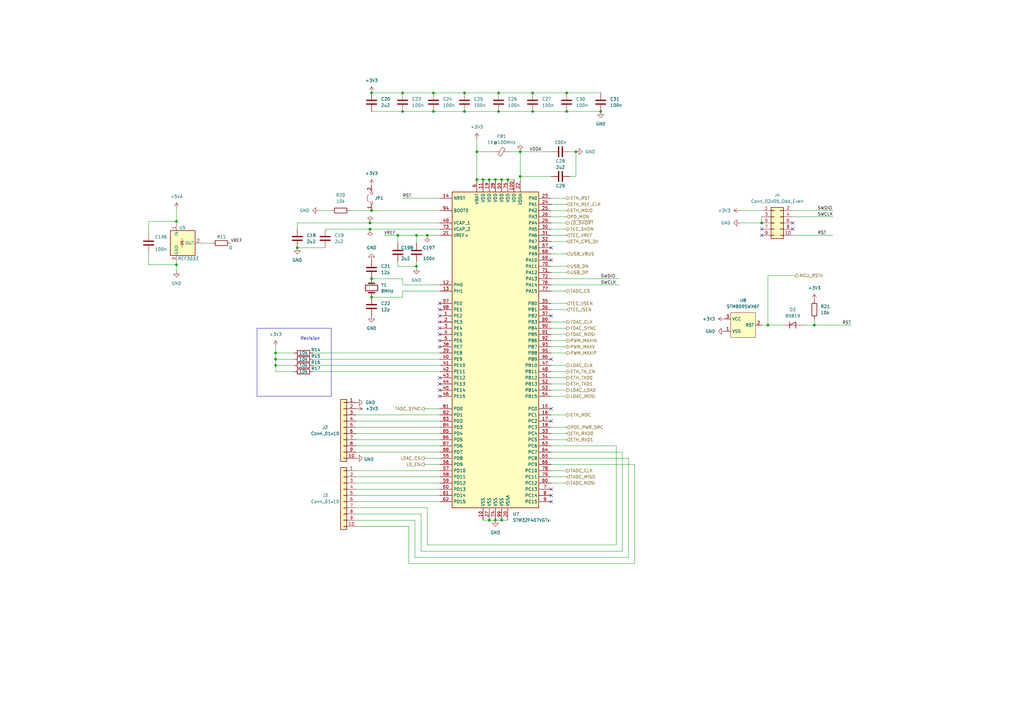
<source format=kicad_sch>
(kicad_sch (version 20230121) (generator eeschema)
  (paper "A3")
  (title_block (title "Kirdy") (date "2022-07-03") (rev "r0.1") (company "M-Labs") (comment 1 "Alex Wong Tat Hang"))
  (lib_symbols
    (symbol "Connector_Generic:Conn_01x10" (pin_names (offset 1.016) hide)
      (property "Reference" "J" (at 0 12.7 0))
      (property "Value" "Conn_01x10" (at 0 -15.24 0))
      (symbol "Conn_01x10_1_1"
        (rectangle (start -1.27 -12.573) (end 0 -12.827) (stroke (width 0.1524)))
        (rectangle (start -1.27 -10.033) (end 0 -10.287) (stroke (width 0.1524)))
        (rectangle (start -1.27 -7.493) (end 0 -7.747) (stroke (width 0.1524)))
        (rectangle (start -1.27 -4.953) (end 0 -5.207) (stroke (width 0.1524)))
        (rectangle (start -1.27 -2.413) (end 0 -2.667) (stroke (width 0.1524)))
        (rectangle (start -1.27 0.127) (end 0 -0.127) (stroke (width 0.1524)))
        (rectangle (start -1.27 2.667) (end 0 2.413) (stroke (width 0.1524)))
        (rectangle (start -1.27 5.207) (end 0 4.953) (stroke (width 0.1524)))
        (rectangle (start -1.27 7.747) (end 0 7.493) (stroke (width 0.1524)))
        (rectangle (start -1.27 10.287) (end 0 10.033) (stroke (width 0.1524)))
        (rectangle (start -1.27 11.43) (end 1.27 -13.97) (stroke (width 0.254)) (fill (type background)))
        (pin passive line (at -5.08 10.16 0) (length 3.81) (name "Pin_1") (number "1"))
        (pin passive line (at -5.08 -12.7 0) (length 3.81) (name "Pin_10") (number "10"))
        (pin passive line (at -5.08 7.62 0) (length 3.81) (name "Pin_2") (number "2"))
        (pin passive line (at -5.08 5.08 0) (length 3.81) (name "Pin_3") (number "3"))
        (pin passive line (at -5.08 2.54 0) (length 3.81) (name "Pin_4") (number "4"))
        (pin passive line (at -5.08 0 0) (length 3.81) (name "Pin_5") (number "5"))
        (pin passive line (at -5.08 -2.54 0) (length 3.81) (name "Pin_6") (number "6"))
        (pin passive line (at -5.08 -5.08 0) (length 3.81) (name "Pin_7") (number "7"))
        (pin passive line (at -5.08 -7.62 0) (length 3.81) (name "Pin_8") (number "8"))
        (pin passive line (at -5.08 -10.16 0) (length 3.81) (name "Pin_9") (number "9"))
      )
    )
    (symbol "Connector_Generic:Conn_02x05_Odd_Even" (pin_names (offset 1.016) hide)
      (property "Reference" "J" (at 1.27 7.62 0))
      (property "Value" "Conn_02x05_Odd_Even" (at 1.27 -7.62 0))
      (symbol "Conn_02x05_Odd_Even_1_1"
        (rectangle (start -1.27 -4.953) (end 0 -5.207) (stroke (width 0.1524)))
        (rectangle (start -1.27 -2.413) (end 0 -2.667) (stroke (width 0.1524)))
        (rectangle (start -1.27 0.127) (end 0 -0.127) (stroke (width 0.1524)))
        (rectangle (start -1.27 2.667) (end 0 2.413) (stroke (width 0.1524)))
        (rectangle (start -1.27 5.207) (end 0 4.953) (stroke (width 0.1524)))
        (rectangle (start -1.27 6.35) (end 3.81 -6.35) (stroke (width 0.254)) (fill (type background)))
        (rectangle (start 3.81 -4.953) (end 2.54 -5.207) (stroke (width 0.1524)))
        (rectangle (start 3.81 -2.413) (end 2.54 -2.667) (stroke (width 0.1524)))
        (rectangle (start 3.81 0.127) (end 2.54 -0.127) (stroke (width 0.1524)))
        (rectangle (start 3.81 2.667) (end 2.54 2.413) (stroke (width 0.1524)))
        (rectangle (start 3.81 5.207) (end 2.54 4.953) (stroke (width 0.1524)))
        (pin passive line (at -5.08 5.08 0) (length 3.81) (name "Pin_1") (number "1"))
        (pin passive line (at 7.62 -5.08 180) (length 3.81) (name "Pin_10") (number "10"))
        (pin passive line (at 7.62 5.08 180) (length 3.81) (name "Pin_2") (number "2"))
        (pin passive line (at -5.08 2.54 0) (length 3.81) (name "Pin_3") (number "3"))
        (pin passive line (at 7.62 2.54 180) (length 3.81) (name "Pin_4") (number "4"))
        (pin passive line (at -5.08 0 0) (length 3.81) (name "Pin_5") (number "5"))
        (pin passive line (at 7.62 0 180) (length 3.81) (name "Pin_6") (number "6"))
        (pin passive line (at -5.08 -2.54 0) (length 3.81) (name "Pin_7") (number "7"))
        (pin passive line (at 7.62 -2.54 180) (length 3.81) (name "Pin_8") (number "8"))
        (pin passive line (at -5.08 -5.08 0) (length 3.81) (name "Pin_9") (number "9"))
      )
    )
    (symbol "Device:C" (pin_numbers hide) (pin_names (offset 0.254))
      (property "Reference" "C" (at 0.635 2.54 0))
      (property "Value" "C" (at 0.635 -2.54 0))
      (symbol "C_0_1"
        (polyline (pts (xy -2.032 -0.762) (xy 2.032 -0.762)) (stroke (width 0.508)))
        (polyline (pts (xy -2.032 0.762) (xy 2.032 0.762)) (stroke (width 0.508)))
      )
      (symbol "C_1_1"
        (pin passive line (at 0 3.81 270) (length 2.794) (name "~") (number "1"))
        (pin passive line (at 0 -3.81 90) (length 2.794) (name "~") (number "2"))
      )
    )
    (symbol "Device:Crystal" (pin_numbers hide) (pin_names (offset 1.016) hide)
      (property "Reference" "Y" (at 0 3.81 0))
      (property "Value" "Crystal" (at 0 -3.81 0))
      (symbol "Crystal_0_1"
        (rectangle (start -1.143 2.54) (end 1.143 -2.54) (stroke (width 0.3048)))
        (polyline (pts (xy -2.54 0) (xy -1.905 0)))
        (polyline (pts (xy -1.905 -1.27) (xy -1.905 1.27)) (stroke (width 0.508)))
        (polyline (pts (xy 1.905 -1.27) (xy 1.905 1.27)) (stroke (width 0.508)))
        (polyline (pts (xy 2.54 0) (xy 1.905 0)))
      )
      (symbol "Crystal_1_1"
        (pin passive line (at -3.81 0 0) (length 1.27) (name "1") (number "1"))
        (pin passive line (at 3.81 0 180) (length 1.27) (name "2") (number "2"))
      )
    )
    (symbol "Device:D_Shockley" (pin_numbers hide) (pin_names (offset 1.016) hide)
      (property "Reference" "D" (at 0 2.54 0))
      (property "Value" "D_Shockley" (at 0 -2.54 0))
      (symbol "D_Shockley_0_1"
        (polyline (pts (xy -1.27 0) (xy 1.27 0)))
        (polyline (pts (xy -1.27 1.27) (xy -1.27 -1.27)) (stroke (width 0.254)))
        (polyline (pts (xy -1.27 0) (xy 1.27 1.27) (xy 1.27 -1.27)) (stroke (width 0.254)))
      )
      (symbol "D_Shockley_1_1"
        (pin passive line (at -3.81 0 0) (length 2.54) (name "K") (number "1"))
        (pin passive line (at 3.81 0 180) (length 2.54) (name "A") (number "2"))
      )
    )
    (symbol "Device:FerriteBead_Small" (pin_numbers hide) (pin_names (offset 0))
      (property "Reference" "FB" (at 1.905 1.27 0))
      (property "Value" "FerriteBead_Small" (at 1.905 -1.27 0))
      (symbol "FerriteBead_Small_0_1"
        (polyline (pts (xy 0 -1.27) (xy 0 -0.7874)))
        (polyline (pts (xy 0 0.889) (xy 0 1.2954)))
        (polyline (pts (xy -1.8288 0.2794) (xy -1.1176 1.4986) (xy 1.8288 -0.2032) (xy 1.1176 -1.4224) (xy -1.8288 0.2794)))
      )
      (symbol "FerriteBead_Small_1_1"
        (pin passive line (at 0 2.54 270) (length 1.27) (name "~") (number "1"))
        (pin passive line (at 0 -2.54 90) (length 1.27) (name "~") (number "2"))
      )
    )
    (symbol "Device:R" (pin_numbers hide) (pin_names (offset 0))
      (property "Reference" "R" (at 2.032 0 90))
      (property "Value" "R" (at 0 0 90))
      (symbol "R_0_1"
        (rectangle (start -1.016 -2.54) (end 1.016 2.54) (stroke (width 0.254)))
      )
      (symbol "R_1_1"
        (pin passive line (at 0 3.81 270) (length 1.27) (name "~") (number "1"))
        (pin passive line (at 0 -3.81 90) (length 1.27) (name "~") (number "2"))
      )
    )
    (symbol "Jumper:Jumper_2_Open" (pin_names (offset 0) hide)
      (property "Reference" "JP" (at 0 2.794 0))
      (property "Value" "Jumper_2_Open" (at 0 -2.286 0))
      (symbol "Jumper_2_Open_0_0"
        (circle (center -2.032 0) (radius 0.508))
        (circle (center 2.032 0) (radius 0.508))
      )
      (symbol "Jumper_2_Open_0_1"
        (arc (start 1.524 1.27) (mid 0 1.778) (end -1.524 1.27))
      )
      (symbol "Jumper_2_Open_1_1"
        (pin passive line (at -5.08 0 0) (length 2.54) (name "A") (number "1"))
        (pin passive line (at 5.08 0 180) (length 2.54) (name "B") (number "2"))
      )
    )
    (symbol "MCU_ST_STM32F4:STM32F407VGTx"
      (property "Reference" "U" (at -17.78 64.77 0))
      (property "Value" "STM32F407VGTx" (at 12.7 64.77 0))
      (symbol "STM32F407VGTx_0_1"
        (rectangle (start -17.78 -66.04) (end 17.78 63.5) (stroke (width 0.254)) (fill (type background)))
      )
      (symbol "STM32F407VGTx_1_1"
        (pin bidirectional line (at -22.86 12.7 0) (length 5.08) (name "PE2") (number "1"))
        (pin power_in line (at -5.08 -71.12 90) (length 5.08) (name "VSS") (number "10"))
        (pin power_in line (at 7.62 68.58 270) (length 5.08) (name "VDD") (number "100"))
        (pin power_in line (at -5.08 68.58 270) (length 5.08) (name "VDD") (number "11"))
        (pin input line (at -22.86 25.4 0) (length 5.08) (name "PH0") (number "12"))
        (pin input line (at -22.86 22.86 0) (length 5.08) (name "PH1") (number "13"))
        (pin input line (at -22.86 60.96 0) (length 5.08) (name "NRST") (number "14"))
        (pin bidirectional line (at 22.86 -25.4 180) (length 5.08) (name "PC0") (number "15"))
        (pin bidirectional line (at 22.86 -27.94 180) (length 5.08) (name "PC1") (number "16"))
        (pin bidirectional line (at 22.86 -30.48 180) (length 5.08) (name "PC2") (number "17"))
        (pin bidirectional line (at 22.86 -33.02 180) (length 5.08) (name "PC3") (number "18"))
        (pin power_in line (at -2.54 68.58 270) (length 5.08) (name "VDD") (number "19"))
        (pin bidirectional line (at -22.86 10.16 0) (length 5.08) (name "PE3") (number "2"))
        (pin power_in line (at 5.08 -71.12 90) (length 5.08) (name "VSSA") (number "20"))
        (pin power_in line (at -22.86 45.72 0) (length 5.08) (name "VREF+") (number "21"))
        (pin power_in line (at 10.16 68.58 270) (length 5.08) (name "VDDA") (number "22"))
        (pin bidirectional line (at 22.86 60.96 180) (length 5.08) (name "PA0") (number "23"))
        (pin bidirectional line (at 22.86 58.42 180) (length 5.08) (name "PA1") (number "24"))
        (pin bidirectional line (at 22.86 55.88 180) (length 5.08) (name "PA2") (number "25"))
        (pin bidirectional line (at 22.86 53.34 180) (length 5.08) (name "PA3") (number "26"))
        (pin power_in line (at -2.54 -71.12 90) (length 5.08) (name "VSS") (number "27"))
        (pin power_in line (at 0 68.58 270) (length 5.08) (name "VDD") (number "28"))
        (pin bidirectional line (at 22.86 50.8 180) (length 5.08) (name "PA4") (number "29"))
        (pin bidirectional line (at -22.86 7.62 0) (length 5.08) (name "PE4") (number "3"))
        (pin bidirectional line (at 22.86 48.26 180) (length 5.08) (name "PA5") (number "30"))
        (pin bidirectional line (at 22.86 45.72 180) (length 5.08) (name "PA6") (number "31"))
        (pin bidirectional line (at 22.86 43.18 180) (length 5.08) (name "PA7") (number "32"))
        (pin bidirectional line (at 22.86 -35.56 180) (length 5.08) (name "PC4") (number "33"))
        (pin bidirectional line (at 22.86 -38.1 180) (length 5.08) (name "PC5") (number "34"))
        (pin bidirectional line (at 22.86 17.78 180) (length 5.08) (name "PB0") (number "35"))
        (pin bidirectional line (at 22.86 15.24 180) (length 5.08) (name "PB1") (number "36"))
        (pin bidirectional line (at 22.86 12.7 180) (length 5.08) (name "PB2") (number "37"))
        (pin bidirectional line (at -22.86 0 0) (length 5.08) (name "PE7") (number "38"))
        (pin bidirectional line (at -22.86 -2.54 0) (length 5.08) (name "PE8") (number "39"))
        (pin bidirectional line (at -22.86 5.08 0) (length 5.08) (name "PE5") (number "4"))
        (pin bidirectional line (at -22.86 -5.08 0) (length 5.08) (name "PE9") (number "40"))
        (pin bidirectional line (at -22.86 -7.62 0) (length 5.08) (name "PE10") (number "41"))
        (pin bidirectional line (at -22.86 -10.16 0) (length 5.08) (name "PE11") (number "42"))
        (pin bidirectional line (at -22.86 -12.7 0) (length 5.08) (name "PE12") (number "43"))
        (pin bidirectional line (at -22.86 -15.24 0) (length 5.08) (name "PE13") (number "44"))
        (pin bidirectional line (at -22.86 -17.78 0) (length 5.08) (name "PE14") (number "45"))
        (pin bidirectional line (at -22.86 -20.32 0) (length 5.08) (name "PE15") (number "46"))
        (pin bidirectional line (at 22.86 -7.62 180) (length 5.08) (name "PB10") (number "47"))
        (pin bidirectional line (at 22.86 -10.16 180) (length 5.08) (name "PB11") (number "48"))
        (pin power_in line (at -22.86 50.8 0) (length 5.08) (name "VCAP_1") (number "49"))
        (pin bidirectional line (at -22.86 2.54 0) (length 5.08) (name "PE6") (number "5"))
        (pin power_in line (at 2.54 68.58 270) (length 5.08) (name "VDD") (number "50"))
        (pin bidirectional line (at 22.86 -12.7 180) (length 5.08) (name "PB12") (number "51"))
        (pin bidirectional line (at 22.86 -15.24 180) (length 5.08) (name "PB13") (number "52"))
        (pin bidirectional line (at 22.86 -17.78 180) (length 5.08) (name "PB14") (number "53"))
        (pin bidirectional line (at 22.86 -20.32 180) (length 5.08) (name "PB15") (number "54"))
        (pin bidirectional line (at -22.86 -45.72 0) (length 5.08) (name "PD8") (number "55"))
        (pin bidirectional line (at -22.86 -48.26 0) (length 5.08) (name "PD9") (number "56"))
        (pin bidirectional line (at -22.86 -50.8 0) (length 5.08) (name "PD10") (number "57"))
        (pin bidirectional line (at -22.86 -53.34 0) (length 5.08) (name "PD11") (number "58"))
        (pin bidirectional line (at -22.86 -55.88 0) (length 5.08) (name "PD12") (number "59"))
        (pin power_in line (at -7.62 68.58 270) (length 5.08) (name "VBAT") (number "6"))
        (pin bidirectional line (at -22.86 -58.42 0) (length 5.08) (name "PD13") (number "60"))
        (pin bidirectional line (at -22.86 -60.96 0) (length 5.08) (name "PD14") (number "61"))
        (pin bidirectional line (at -22.86 -63.5 0) (length 5.08) (name "PD15") (number "62"))
        (pin bidirectional line (at 22.86 -40.64 180) (length 5.08) (name "PC6") (number "63"))
        (pin bidirectional line (at 22.86 -43.18 180) (length 5.08) (name "PC7") (number "64"))
        (pin bidirectional line (at 22.86 -45.72 180) (length 5.08) (name "PC8") (number "65"))
        (pin bidirectional line (at 22.86 -48.26 180) (length 5.08) (name "PC9") (number "66"))
        (pin bidirectional line (at 22.86 40.64 180) (length 5.08) (name "PA8") (number "67"))
        (pin bidirectional line (at 22.86 38.1 180) (length 5.08) (name "PA9") (number "68"))
        (pin bidirectional line (at 22.86 35.56 180) (length 5.08) (name "PA10") (number "69"))
        (pin bidirectional line (at 22.86 -58.42 180) (length 5.08) (name "PC13") (number "7"))
        (pin bidirectional line (at 22.86 33.02 180) (length 5.08) (name "PA11") (number "70"))
        (pin bidirectional line (at 22.86 30.48 180) (length 5.08) (name "PA12") (number "71"))
        (pin bidirectional line (at 22.86 27.94 180) (length 5.08) (name "PA13") (number "72"))
        (pin power_in line (at -22.86 48.26 0) (length 5.08) (name "VCAP_2") (number "73"))
        (pin power_in line (at 0 -71.12 90) (length 5.08) (name "VSS") (number "74"))
        (pin power_in line (at 5.08 68.58 270) (length 5.08) (name "VDD") (number "75"))
        (pin bidirectional line (at 22.86 25.4 180) (length 5.08) (name "PA14") (number "76"))
        (pin bidirectional line (at 22.86 22.86 180) (length 5.08) (name "PA15") (number "77"))
        (pin bidirectional line (at 22.86 -50.8 180) (length 5.08) (name "PC10") (number "78"))
        (pin bidirectional line (at 22.86 -53.34 180) (length 5.08) (name "PC11") (number "79"))
        (pin bidirectional line (at 22.86 -60.96 180) (length 5.08) (name "PC14") (number "8"))
        (pin bidirectional line (at 22.86 -55.88 180) (length 5.08) (name "PC12") (number "80"))
        (pin bidirectional line (at -22.86 -25.4 0) (length 5.08) (name "PD0") (number "81"))
        (pin bidirectional line (at -22.86 -27.94 0) (length 5.08) (name "PD1") (number "82"))
        (pin bidirectional line (at -22.86 -30.48 0) (length 5.08) (name "PD2") (number "83"))
        (pin bidirectional line (at -22.86 -33.02 0) (length 5.08) (name "PD3") (number "84"))
        (pin bidirectional line (at -22.86 -35.56 0) (length 5.08) (name "PD4") (number "85"))
        (pin bidirectional line (at -22.86 -38.1 0) (length 5.08) (name "PD5") (number "86"))
        (pin bidirectional line (at -22.86 -40.64 0) (length 5.08) (name "PD6") (number "87"))
        (pin bidirectional line (at -22.86 -43.18 0) (length 5.08) (name "PD7") (number "88"))
        (pin bidirectional line (at 22.86 10.16 180) (length 5.08) (name "PB3") (number "89"))
        (pin bidirectional line (at 22.86 -63.5 180) (length 5.08) (name "PC15") (number "9"))
        (pin bidirectional line (at 22.86 7.62 180) (length 5.08) (name "PB4") (number "90"))
        (pin bidirectional line (at 22.86 5.08 180) (length 5.08) (name "PB5") (number "91"))
        (pin bidirectional line (at 22.86 2.54 180) (length 5.08) (name "PB6") (number "92"))
        (pin bidirectional line (at 22.86 0 180) (length 5.08) (name "PB7") (number "93"))
        (pin input line (at -22.86 55.88 0) (length 5.08) (name "BOOT0") (number "94"))
        (pin bidirectional line (at 22.86 -2.54 180) (length 5.08) (name "PB8") (number "95"))
        (pin bidirectional line (at 22.86 -5.08 180) (length 5.08) (name "PB9") (number "96"))
        (pin bidirectional line (at -22.86 17.78 0) (length 5.08) (name "PE0") (number "97"))
        (pin bidirectional line (at -22.86 15.24 0) (length 5.08) (name "PE1") (number "98"))
        (pin power_in line (at 2.54 -71.12 90) (length 5.08) (name "VSS") (number "99"))
      )
    )
    (symbol "Reference_Voltage:REF3033" (pin_names (offset 0.254))
      (property "Reference" "U" (at 0 6.35 0))
      (property "Value" "REF3033" (at 2.54 -6.35 0))
      (symbol "REF3033_0_1"
        (rectangle (start -5.08 5.08) (end 5.08 -5.08) (stroke (width 0.254)) (fill (type background)))
        (polyline (pts (xy -0.254 1.905) (xy -0.254 -1.905)))
        (polyline (pts (xy -0.889 -0.635) (xy 0.381 -0.635) (xy -0.254 0.635) (xy -0.889 -0.635)))
        (polyline (pts (xy 0.381 1.016) (xy 0.381 0.635) (xy -0.889 0.635) (xy -0.889 0.254)))
      )
      (symbol "REF3033_1_1"
        (pin power_in line (at -2.54 7.62 270) (length 2.54) (name "IN") (number "1"))
        (pin power_out line (at 7.62 0 180) (length 2.54) (name "OUT") (number "2"))
        (pin power_in line (at -2.54 -7.62 90) (length 2.54) (name "GND") (number "3"))
      )
    )
    (symbol "kirdy:STM809SWX6F"
      (property "Reference" "U" (at 0 -10.16 0))
      (property "Value" "STM809SWX6F" (at 0 -7.62 0))
      (symbol "STM809SWX6F_0_0"
        (pin power_in line (at -7.62 -2.54 0) (length 2.54) (name "VSS") (number "1"))
        (pin output line (at 7.62 0 180) (length 2.54) (name "RST") (number "2"))
        (pin power_in line (at -7.62 2.54 0) (length 2.54) (name "VCC") (number "3"))
      )
      (symbol "STM809SWX6F_0_1"
        (rectangle (start -5.08 5.08) (end 5.08 -5.08) (fill (type background)))
      )
    )
    (symbol "power:+3V3" (power) (pin_names (offset 0))
      (property "Value" "+3V3" (at 0 3.556 0))
      (symbol "+3V3_0_1"
        (polyline (pts (xy -0.762 1.27) (xy 0 2.54)))
        (polyline (pts (xy 0 0) (xy 0 2.54)))
        (polyline (pts (xy 0 2.54) (xy 0.762 1.27)))
      )
      (symbol "+3V3_1_1"
        (pin power_in line (at 0 0 90) (length 0) hide (name "+3V3") (number "1"))
      )
    )
    (symbol "power:+5VA" (power) (pin_names (offset 0))
      (property "Value" "+5VA" (at 0 3.556 0))
      (symbol "+5VA_0_1"
        (polyline (pts (xy -0.762 1.27) (xy 0 2.54)))
        (polyline (pts (xy 0 0) (xy 0 2.54)))
        (polyline (pts (xy 0 2.54) (xy 0.762 1.27)))
      )
      (symbol "+5VA_1_1"
        (pin power_in line (at 0 0 90) (length 0) hide (name "+5VA") (number "1"))
      )
    )
    (symbol "power:GND" (power) (pin_names (offset 0))
      (property "Value" "GND" (at 0 -3.81 0))
      (symbol "GND_0_1"
        (polyline (pts (xy 0 0) (xy 0 -1.27) (xy 1.27 -1.27) (xy 0 -2.54) (xy -1.27 -1.27) (xy 0 -1.27)))
      )
      (symbol "GND_1_1"
        (pin power_in line (at 0 0 270) (length 0) hide (name "GND") (number "1"))
      )
    )
    (symbol "power:PWR_FLAG" (power) (pin_numbers hide) (pin_names (offset 0) hide)
      (property "Value" "PWR_FLAG" (at 0 3.81 0))
      (symbol "PWR_FLAG_0_0"
        (pin power_out line (at 0 0 90) (length 0) (name "pwr") (number "1"))
      )
      (symbol "PWR_FLAG_0_1"
        (polyline (pts (xy 0 0) (xy 0 1.27) (xy -1.016 1.905) (xy 0 2.54) (xy 1.016 1.905) (xy 0 1.27)))
      )
    )
  )
  (junction (at 165.1 38.1))
  (junction (at 152.4 114.3))
  (junction (at 198.12 73.66))
  (junction (at 205.74 213.36))
  (junction (at 177.8 38.1))
  (junction (at 213.36 72.39))
  (junction (at 236.22 62.23))
  (junction (at 152.4 38.1))
  (junction (at 195.58 73.66))
  (junction (at 121.92 101.6))
  (junction (at 72.39 90.805))
  (junction (at 200.66 73.66))
  (junction (at 170.815 96.52))
  (junction (at 203.2 213.36))
  (junction (at 151.765 91.44))
  (junction (at 175.26 96.52))
  (junction (at 204.47 38.1))
  (junction (at 152.4 86.36))
  (junction (at 177.8 45.72))
  (junction (at 232.41 45.72))
  (junction (at 314.96 133.35))
  (junction (at 200.66 213.36))
  (junction (at 208.28 73.66))
  (junction (at 113.03 144.78))
  (junction (at 190.5 45.72))
  (junction (at 165.1 45.72))
  (junction (at 203.2 73.66))
  (junction (at 232.41 38.1))
  (junction (at 334.01 133.35))
  (junction (at 213.36 62.23))
  (junction (at 170.815 109.22))
  (junction (at 190.5 38.1))
  (junction (at 204.47 45.72))
  (junction (at 113.03 147.32))
  (junction (at 218.44 38.1))
  (junction (at 246.38 45.72))
  (junction (at 151.765 93.98))
  (junction (at 205.74 73.66))
  (junction (at 152.4 121.92))
  (junction (at 195.58 62.23))
  (junction (at 312.42 91.44))
  (junction (at 218.44 45.72))
  (junction (at 72.39 108.585))
  (junction (at 113.03 149.86))
  (junction (at 163.195 96.52))
  (no_connect (at 312.42 96.52))
  (no_connect (at 325.12 93.98))
  (no_connect (at 325.12 91.44))
  (no_connect (at 180.34 157.48))
  (no_connect (at 180.34 154.94))
  (no_connect (at 312.42 93.98))
  (no_connect (at 226.06 172.72))
  (no_connect (at 226.06 101.6))
  (no_connect (at 226.06 200.66))
  (no_connect (at 226.06 203.2))
  (no_connect (at 226.06 205.74))
  (no_connect (at 226.06 106.68))
  (no_connect (at 226.06 129.54))
  (no_connect (at 180.34 129.54))
  (no_connect (at 180.34 124.46))
  (no_connect (at 180.34 127))
  (no_connect (at 226.06 147.32))
  (no_connect (at 226.06 167.64))
  (no_connect (at 180.34 162.56))
  (no_connect (at 180.34 160.02))
  (no_connect (at 180.34 132.08))
  (no_connect (at 180.34 134.62))
  (no_connect (at 180.34 137.16))
  (no_connect (at 180.34 139.7))
  (no_connect (at 180.34 142.24))
  (wire (pts (xy 226.06 180.34) (xy 232.41 180.34)))
  (wire (pts (xy 146.05 205.74) (xy 180.34 205.74)))
  (wire (pts (xy 226.06 170.18) (xy 232.41 170.18)))
  (wire (pts (xy 226.06 160.02) (xy 232.41 160.02)))
  (wire (pts (xy 226.06 99.06) (xy 232.41 99.06)))
  (wire (pts (xy 165.1 116.84) (xy 180.34 116.84)))
  (wire (pts (xy 226.06 104.14) (xy 232.41 104.14)))
  (wire (pts (xy 170.815 109.22) (xy 170.815 109.855)))
  (wire (pts (xy 146.05 203.2) (xy 180.34 203.2)))
  (wire (pts (xy 72.39 85.725) (xy 72.39 90.805)))
  (wire (pts (xy 226.06 86.36) (xy 232.41 86.36)))
  (polyline (pts (xy 105.41 162.56) (xy 135.89 162.56)))
  (wire (pts (xy 175.26 96.52) (xy 180.34 96.52)))
  (wire (pts (xy 257.81 187.96) (xy 257.81 228.6)))
  (wire (pts (xy 198.12 213.36) (xy 200.66 213.36)))
  (wire (pts (xy 218.44 45.72) (xy 232.41 45.72)))
  (wire (pts (xy 312.42 88.9) (xy 312.42 91.44)))
  (wire (pts (xy 165.1 81.28) (xy 180.34 81.28)))
  (wire (pts (xy 233.68 72.39) (xy 236.22 72.39)))
  (wire (pts (xy 172.72 226.06) (xy 172.72 210.82)))
  (wire (pts (xy 146.05 172.72) (xy 180.34 172.72)))
  (wire (pts (xy 72.39 108.585) (xy 60.96 108.585)))
  (wire (pts (xy 195.58 62.23) (xy 203.2 62.23)))
  (wire (pts (xy 175.26 223.52) (xy 175.26 208.28)))
  (wire (pts (xy 121.92 101.6) (xy 133.35 101.6)))
  (wire (pts (xy 170.815 96.52) (xy 170.815 99.695)))
  (wire (pts (xy 175.26 208.28) (xy 146.05 208.28)))
  (wire (pts (xy 173.99 187.96) (xy 180.34 187.96)))
  (wire (pts (xy 325.12 96.52) (xy 341.63 96.52)))
  (wire (pts (xy 203.2 213.36) (xy 205.74 213.36)))
  (wire (pts (xy 328.93 133.35) (xy 334.01 133.35)))
  (wire (pts (xy 312.42 133.35) (xy 314.96 133.35)))
  (wire (pts (xy 226.06 139.7) (xy 232.41 139.7)))
  (polyline (pts (xy 135.89 162.56) (xy 135.89 134.62)))
  (wire (pts (xy 226.06 116.84) (xy 254 116.84)))
  (wire (pts (xy 170.18 228.6) (xy 170.18 213.36)))
  (wire (pts (xy 204.47 38.1) (xy 218.44 38.1)))
  (wire (pts (xy 113.03 152.4) (xy 120.65 152.4)))
  (wire (pts (xy 151.765 91.44) (xy 180.34 91.44)))
  (wire (pts (xy 128.27 149.86) (xy 180.34 149.86)))
  (wire (pts (xy 260.35 231.14) (xy 167.64 231.14)))
  (wire (pts (xy 170.815 107.315) (xy 170.815 109.22)))
  (wire (pts (xy 113.03 149.86) (xy 120.65 149.86)))
  (wire (pts (xy 152.4 45.72) (xy 165.1 45.72)))
  (wire (pts (xy 314.96 113.03) (xy 326.39 113.03)))
  (wire (pts (xy 128.27 147.32) (xy 180.34 147.32)))
  (wire (pts (xy 72.39 107.315) (xy 72.39 108.585)))
  (wire (pts (xy 165.1 119.38) (xy 165.1 121.92)))
  (wire (pts (xy 208.28 62.23) (xy 213.36 62.23)))
  (wire (pts (xy 146.05 170.18) (xy 180.34 170.18)))
  (wire (pts (xy 146.05 193.04) (xy 180.34 193.04)))
  (wire (pts (xy 167.64 215.9) (xy 146.05 215.9)))
  (wire (pts (xy 133.35 93.98) (xy 151.765 93.98)))
  (wire (pts (xy 226.06 177.8) (xy 232.41 177.8)))
  (wire (pts (xy 226.06 193.04) (xy 232.41 193.04)))
  (wire (pts (xy 334.01 133.35) (xy 334.01 130.81)))
  (wire (pts (xy 170.18 213.36) (xy 146.05 213.36)))
  (wire (pts (xy 72.39 90.805) (xy 72.39 92.075)))
  (wire (pts (xy 113.03 147.32) (xy 113.03 149.86)))
  (wire (pts (xy 334.01 133.35) (xy 349.25 133.35)))
  (wire (pts (xy 255.27 226.06) (xy 172.72 226.06)))
  (wire (pts (xy 226.06 154.94) (xy 232.41 154.94)))
  (wire (pts (xy 146.05 195.58) (xy 180.34 195.58)))
  (wire (pts (xy 213.36 62.23) (xy 213.36 72.39)))
  (wire (pts (xy 226.06 111.76) (xy 232.41 111.76)))
  (wire (pts (xy 226.06 134.62) (xy 232.41 134.62)))
  (wire (pts (xy 226.06 182.88) (xy 252.73 182.88)))
  (wire (pts (xy 226.06 187.96) (xy 257.81 187.96)))
  (wire (pts (xy 226.06 149.86) (xy 232.41 149.86)))
  (wire (pts (xy 252.73 223.52) (xy 175.26 223.52)))
  (wire (pts (xy 82.55 99.695) (xy 86.995 99.695)))
  (wire (pts (xy 314.96 133.35) (xy 321.31 133.35)))
  (wire (pts (xy 226.06 137.16) (xy 232.41 137.16)))
  (wire (pts (xy 226.06 185.42) (xy 255.27 185.42)))
  (wire (pts (xy 226.06 93.98) (xy 232.41 93.98)))
  (wire (pts (xy 177.8 38.1) (xy 190.5 38.1)))
  (wire (pts (xy 200.66 213.36) (xy 203.2 213.36)))
  (wire (pts (xy 252.73 182.88) (xy 252.73 223.52)))
  (wire (pts (xy 203.2 73.66) (xy 205.74 73.66)))
  (wire (pts (xy 195.58 62.23) (xy 195.58 73.66)))
  (wire (pts (xy 233.68 62.23) (xy 236.22 62.23)))
  (wire (pts (xy 157.48 96.52) (xy 163.195 96.52)))
  (wire (pts (xy 146.05 182.88) (xy 180.34 182.88)))
  (wire (pts (xy 177.8 45.72) (xy 190.5 45.72)))
  (wire (pts (xy 163.195 109.22) (xy 163.195 107.315)))
  (wire (pts (xy 226.06 190.5) (xy 260.35 190.5)))
  (wire (pts (xy 146.05 175.26) (xy 180.34 175.26)))
  (wire (pts (xy 226.06 198.12) (xy 232.41 198.12)))
  (wire (pts (xy 232.41 38.1) (xy 246.38 38.1)))
  (wire (pts (xy 195.58 73.66) (xy 198.12 73.66)))
  (wire (pts (xy 213.36 62.23) (xy 226.06 62.23)))
  (wire (pts (xy 165.1 121.92) (xy 152.4 121.92)))
  (wire (pts (xy 113.03 144.78) (xy 113.03 147.32)))
  (wire (pts (xy 152.4 86.36) (xy 180.34 86.36)))
  (wire (pts (xy 198.12 73.66) (xy 200.66 73.66)))
  (wire (pts (xy 113.03 144.78) (xy 120.65 144.78)))
  (wire (pts (xy 113.03 149.86) (xy 113.03 152.4)))
  (wire (pts (xy 213.36 72.39) (xy 213.36 73.66)))
  (wire (pts (xy 226.06 124.46) (xy 232.41 124.46)))
  (wire (pts (xy 226.06 152.4) (xy 232.41 152.4)))
  (wire (pts (xy 325.12 86.36) (xy 341.63 86.36)))
  (polyline (pts (xy 105.41 134.62) (xy 105.41 162.56)))
  (wire (pts (xy 226.06 195.58) (xy 232.41 195.58)))
  (wire (pts (xy 146.05 198.12) (xy 180.34 198.12)))
  (wire (pts (xy 163.195 96.52) (xy 170.815 96.52)))
  (wire (pts (xy 113.03 147.32) (xy 120.65 147.32)))
  (wire (pts (xy 208.28 73.66) (xy 210.82 73.66)))
  (wire (pts (xy 165.1 45.72) (xy 177.8 45.72)))
  (wire (pts (xy 165.1 119.38) (xy 180.34 119.38)))
  (wire (pts (xy 226.06 142.24) (xy 232.41 142.24)))
  (wire (pts (xy 165.1 116.84) (xy 165.1 114.3)))
  (wire (pts (xy 226.06 132.08) (xy 232.41 132.08)))
  (wire (pts (xy 121.92 93.98) (xy 121.92 91.44)))
  (wire (pts (xy 146.05 185.42) (xy 180.34 185.42)))
  (wire (pts (xy 213.36 72.39) (xy 226.06 72.39)))
  (wire (pts (xy 236.22 72.39) (xy 236.22 62.23)))
  (wire (pts (xy 205.74 73.66) (xy 208.28 73.66)))
  (wire (pts (xy 226.06 109.22) (xy 232.41 109.22)))
  (wire (pts (xy 113.03 142.24) (xy 113.03 144.78)))
  (wire (pts (xy 146.05 200.66) (xy 180.34 200.66)))
  (wire (pts (xy 163.195 99.695) (xy 163.195 96.52)))
  (wire (pts (xy 303.53 91.44) (xy 312.42 91.44)))
  (wire (pts (xy 218.44 38.1) (xy 232.41 38.1)))
  (wire (pts (xy 226.06 175.26) (xy 232.41 175.26)))
  (wire (pts (xy 226.06 88.9) (xy 232.41 88.9)))
  (wire (pts (xy 60.96 95.885) (xy 60.96 90.805)))
  (wire (pts (xy 232.41 45.72) (xy 246.38 45.72)))
  (wire (pts (xy 314.96 133.35) (xy 314.96 113.03)))
  (wire (pts (xy 226.06 96.52) (xy 232.41 96.52)))
  (wire (pts (xy 195.58 57.15) (xy 195.58 62.23)))
  (wire (pts (xy 226.06 119.38) (xy 232.41 119.38)))
  (wire (pts (xy 173.99 190.5) (xy 180.34 190.5)))
  (wire (pts (xy 72.39 108.585) (xy 72.39 111.125)))
  (wire (pts (xy 190.5 38.1) (xy 204.47 38.1)))
  (wire (pts (xy 165.1 38.1) (xy 177.8 38.1)))
  (wire (pts (xy 260.35 190.5) (xy 260.35 231.14)))
  (wire (pts (xy 152.4 38.1) (xy 165.1 38.1)))
  (wire (pts (xy 204.47 45.72) (xy 218.44 45.72)))
  (wire (pts (xy 257.81 228.6) (xy 170.18 228.6)))
  (wire (pts (xy 60.96 90.805) (xy 72.39 90.805)))
  (wire (pts (xy 170.815 109.22) (xy 163.195 109.22)))
  (wire (pts (xy 226.06 127) (xy 232.41 127)))
  (wire (pts (xy 146.05 180.34) (xy 180.34 180.34)))
  (wire (pts (xy 226.06 81.28) (xy 232.41 81.28)))
  (wire (pts (xy 226.06 83.82) (xy 232.41 83.82)))
  (wire (pts (xy 151.765 93.98) (xy 180.34 93.98)))
  (wire (pts (xy 205.74 213.36) (xy 208.28 213.36)))
  (wire (pts (xy 303.53 86.36) (xy 312.42 86.36)))
  (wire (pts (xy 226.06 144.78) (xy 232.41 144.78)))
  (wire (pts (xy 172.72 210.82) (xy 146.05 210.82)))
  (wire (pts (xy 165.1 114.3) (xy 152.4 114.3)))
  (polyline (pts (xy 105.41 134.62) (xy 135.89 134.62)))
  (wire (pts (xy 143.51 86.36) (xy 152.4 86.36)))
  (wire (pts (xy 226.06 91.44) (xy 232.41 91.44)))
  (wire (pts (xy 130.81 86.36) (xy 135.89 86.36)))
  (wire (pts (xy 121.92 91.44) (xy 151.765 91.44)))
  (wire (pts (xy 226.06 162.56) (xy 232.41 162.56)))
  (wire (pts (xy 190.5 45.72) (xy 204.47 45.72)))
  (wire (pts (xy 170.815 96.52) (xy 175.26 96.52)))
  (wire (pts (xy 128.27 144.78) (xy 180.34 144.78)))
  (wire (pts (xy 226.06 114.3) (xy 254 114.3)))
  (wire (pts (xy 226.06 157.48) (xy 232.41 157.48)))
  (wire (pts (xy 167.64 231.14) (xy 167.64 215.9)))
  (wire (pts (xy 255.27 185.42) (xy 255.27 226.06)))
  (wire (pts (xy 60.96 108.585) (xy 60.96 103.505)))
  (wire (pts (xy 146.05 177.8) (xy 180.34 177.8)))
  (wire (pts (xy 325.12 88.9) (xy 341.63 88.9)))
  (wire (pts (xy 173.99 167.64) (xy 180.34 167.64)))
  (wire (pts (xy 128.27 152.4) (xy 180.34 152.4)))
  (wire (pts (xy 200.66 73.66) (xy 203.2 73.66)))
  (text "Revision\n" (at 123.19 139.7 0) (effects (font (size 1.27 1.27)) (justify left bottom)))
  (label "SWDIO" (at 246.38 114.3 0))
  (label "SWCLK" (at 335.28 88.9 0))
  (label "RST" (at 165.1 81.28 0))
  (label "SWDIO" (at 335.28 86.36 0))
  (label "VREF" (at 157.48 96.52 0))
  (label "RST" (at 345.44 133.35 0))
  (label "VDDA" (at 217.17 62.23 0))
  (label "RST" (at 335.28 96.52 0))
  (label "VREF" (at 94.615 99.695 0))
  (label "SWCLK" (at 246.38 116.84 0))
  (hierarchical_label "USB_DP" (shape bidirectional) (at 232.41 111.76 0))
  (hierarchical_label "TEC_VREF" (shape input) (at 232.41 96.52 0))
  (hierarchical_label "ETH_REF_CLK" (shape input) (at 232.41 83.82 0))
  (hierarchical_label "USB_VBUS" (shape input) (at 232.41 104.14 0))
  (hierarchical_label "TADC_CLK" (shape output) (at 232.41 193.04 0))
  (hierarchical_label "TDAC_MOSI" (shape output) (at 232.41 137.16 0))
  (hierarchical_label "PWM_MAXIP" (shape output) (at 232.41 144.78 0))
  (hierarchical_label "USB_DN" (shape bidirectional) (at 232.41 109.22 0))
  (hierarchical_label "ETH_RST" (shape output) (at 232.41 81.28 0))
  (hierarchical_label "TEC_SHDN" (shape output) (at 232.41 93.98 0))
  (hierarchical_label "ETH_TXD1" (shape output) (at 232.41 157.48 0))
  (hierarchical_label "ETH_MDIO" (shape bidirectional) (at 232.41 86.36 0))
  (hierarchical_label "LDAC_MOSI" (shape output) (at 232.41 162.56 0))
  (hierarchical_label "PWM_MAXV" (shape output) (at 232.41 142.24 0))
  (hierarchical_label "POE_PWR_SRC" (shape input) (at 232.41 175.26 0))
  (hierarchical_label "MCU_RSTn" (shape output) (at 326.39 113.03 0))
  (hierarchical_label "TADC_CS" (shape output) (at 232.41 119.38 0))
  (hierarchical_label "ETH_RXD0" (shape input) (at 232.41 177.8 0))
  (hierarchical_label "TADC_MISO" (shape input) (at 232.41 195.58 0))
  (hierarchical_label "~{LD_SHORT}" (shape output) (at 232.41 91.44 0))
  (hierarchical_label "LDAC_CS" (shape output) (at 173.99 187.96 180))
  (hierarchical_label "TADC_MOSI" (shape output) (at 232.41 198.12 0))
  (hierarchical_label "ETH_CRS_DV" (shape input) (at 232.41 99.06 0))
  (hierarchical_label "LD_EN" (shape output) (at 173.99 190.5 180))
  (hierarchical_label "TADC_SYNC" (shape output) (at 173.99 167.64 180))
  (hierarchical_label "PWM_MAXIN" (shape output) (at 232.41 139.7 0))
  (hierarchical_label "TEC_ISEN" (shape input) (at 232.41 127 0))
  (hierarchical_label "TEC_VSEN" (shape input) (at 232.41 124.46 0))
  (hierarchical_label "ETH_TX_EN" (shape output) (at 232.41 152.4 0))
  (hierarchical_label "TDAC_SYNC" (shape output) (at 232.41 134.62 0))
  (hierarchical_label "ETH_TXD0" (shape output) (at 232.41 154.94 0))
  (hierarchical_label "PD_MON" (shape input) (at 232.41 88.9 0))
  (hierarchical_label "ETH_RXD1" (shape input) (at 232.41 180.34 0))
  (hierarchical_label "LDAC_LOAD" (shape output) (at 232.41 160.02 0))
  (hierarchical_label "ETH_MDC" (shape output) (at 232.41 170.18 0))
  (hierarchical_label "LDAC_CLK" (shape output) (at 232.41 149.86 0))
  (hierarchical_label "TDAC_CLK" (shape output) (at 232.41 132.08 0))
  (symbol (lib_id "Connector_Generic:Conn_02x05_Odd_Even") (at 317.5 91.44 0) (unit 1)
    (property "Reference" "J4" (at 318.77 80.01 0))
    (property "Value" "Conn_02x05_Odd_Even" (at 318.77 82.55 0))
    (property "Footprint" "Connector_PinHeader_1.27mm:PinHeader_2x05_P1.27mm_Vertical_SMD" (effects hide))
    (property "MFR_PN" "M50-3600542" (effects hide))
  )
  (symbol (lib_id "Device:FerriteBead_Small") (at 205.74 62.23 90) (unit 1)
    (property "Reference" "FB1" (at 205.7019 55.88 90))
    (property "Value" "1K@100MHz" (at 205.7019 58.42 90))
    (property "Footprint" "Inductor_SMD:L_1210_3225Metric" (effects hide))
    (property "MFR_PN" "FBMH3225HM102NT" (effects hide))
    (property "MFR_PN_ALT" "FBMH3225HM102NTV" (effects hide))
  )
  (symbol (lib_id "Device:C") (at 170.815 103.505 180) (unit 1)
    (property "Reference" "C197" (at 175.895 101.6 0))
    (property "Value" "100n" (at 175.895 106.045 0))
    (property "Footprint" "Capacitor_SMD:C_0603_1608Metric" (effects hide))
    (property "MFR_PN" "CL10B104KB8NNWC" (effects hide))
    (property "MFR_PN_ALT" "CL10B104KB8NNNL" (effects hide))
  )
  (symbol (lib_id "power:+3V3") (at 152.4 76.2 0) (unit 1)
    (property "Reference" "#PWR045" (effects hide))
    (property "Value" "+3V3" (at 152.4 71.12 0))
  )
  (symbol (lib_id "Device:C") (at 133.35 97.79 0) (unit 1)
    (property "Reference" "C19" (at 137.16 96.5199 0) (effects (justify left)))
    (property "Value" "2u2" (at 137.16 99.0599 0) (effects (justify left)))
    (property "Footprint" "Capacitor_SMD:C_0603_1608Metric" (effects hide))
    (property "MFR_PN" "CL10B225KP8NNNC" (effects hide))
    (property "MFR_PN_ALT" "CGA3E1X7R0J225K080AC" (effects hide))
  )
  (symbol (lib_id "power:PWR_FLAG") (at 213.36 62.23 0) (unit 1)
    (property "Reference" "#FLG08" (effects hide))
    (property "Value" "PWR_FLAG" (effects hide))
  )
  (symbol (lib_id "Connector_Generic:Conn_01x10") (at 140.97 175.26 0) (mirror y) (unit 1)
    (property "Reference" "J2" (at 133.35 175.26 0))
    (property "Value" "Conn_01x10" (at 133.35 177.8 0))
    (property "Footprint" "Connector_PinHeader_2.54mm:PinHeader_1x10_P2.54mm_Vertical" (effects hide))
  )
  (symbol (lib_id "Device:R") (at 334.01 127 0) (unit 1)
    (property "Reference" "R21" (at 336.55 125.7299 0) (effects (justify left)))
    (property "Value" "10k" (at 336.55 128.2699 0) (effects (justify left)))
    (property "Footprint" "Resistor_SMD:R_0603_1608Metric" (effects hide))
    (property "MFR_PN" "RNCP0603FTD10K0" (effects hide))
    (property "MFR_PN_ALT" "RMCF0603FT10K0" (effects hide))
  )
  (symbol (lib_id "Device:C") (at 60.96 99.695 0) (unit 1)
    (property "Reference" "C196" (at 63.5 97.155 0) (effects (justify left)))
    (property "Value" "100n" (at 63.5 102.235 0) (effects (justify left)))
    (property "Footprint" "Capacitor_SMD:C_0603_1608Metric" (effects hide))
    (property "MFR_PN" "CL10B104KB8NNWC" (effects hide))
    (property "MFR_PN_ALT" "CL10B104KB8NNNL" (effects hide))
  )
  (symbol (lib_id "kirdy:STM809SWX6F") (at 304.8 133.35 0) (unit 1)
    (property "Reference" "U8" (at 304.8 123.19 0))
    (property "Value" "STM809SWX6F" (at 304.8 125.73 0))
    (property "Footprint" "Package_TO_SOT_SMD:SOT-23" (effects hide))
    (property "MFR_PN" "STM809SWX6F" (effects hide))
  )
  (symbol (lib_id "Device:C") (at 177.8 41.91 0) (unit 1)
    (property "Reference" "C24" (at 181.61 40.6399 0) (effects (justify left)))
    (property "Value" "100n" (at 181.61 43.1799 0) (effects (justify left)))
    (property "Footprint" "Capacitor_SMD:C_0603_1608Metric" (effects hide))
    (property "MFR_PN" "CL10B104KB8NNWC" (effects hide))
    (property "MFR_PN_ALT" "CL10B104KB8NNNL" (effects hide))
  )
  (symbol (lib_id "Device:C") (at 232.41 41.91 0) (unit 1)
    (property "Reference" "C30" (at 236.22 40.6399 0) (effects (justify left)))
    (property "Value" "100n" (at 236.22 43.1799 0) (effects (justify left)))
    (property "Footprint" "Capacitor_SMD:C_0603_1608Metric" (effects hide))
    (property "MFR_PN" "CL10B104KB8NNWC" (effects hide))
    (property "MFR_PN_ALT" "CL10B104KB8NNNL" (effects hide))
  )
  (symbol (lib_id "Device:C") (at 163.195 103.505 180) (unit 1)
    (property "Reference" "C198" (at 167.005 101.6 0))
    (property "Value" "2u2" (at 166.37 106.045 0))
    (property "Footprint" "Capacitor_SMD:C_0603_1608Metric" (effects hide))
    (property "MFR_PN" "CL10B225KP8NNNC" (effects hide))
    (property "MFR_PN_ALT" "CGA3E1X7R0J225K080AC" (effects hide))
  )
  (symbol (lib_id "Reference_Voltage:REF3033") (at 74.93 99.695 0) (unit 1)
    (property "Reference" "U5" (at 76.2 93.345 0) (effects (justify right)))
    (property "Value" "REF3033" (at 81.28 106.045 0) (effects (font italic) (justify right)))
    (property "Footprint" "Package_TO_SOT_SMD:SOT-23" (effects hide))
    (property "Datasheet" "http://www.ti.com/lit/ds/symlink/ref3033.pdf" (effects hide))
    (property "MFR_PN" "REF3033AIDBZR" (effects hide))
  )
  (symbol (lib_id "Device:R") (at 124.46 149.86 90) (unit 1)
    (property "Reference" "R16" (at 129.54 148.59 90))
    (property "Value" "10k" (at 124.46 149.86 90))
    (property "Footprint" "Resistor_SMD:R_0603_1608Metric" (effects hide))
    (property "MFR_PN" "RNCP0603FTD10K0" (effects hide))
    (property "MFR_PN_ALT" "RMCF0603FT10K0" (effects hide))
  )
  (symbol (lib_id "Device:C") (at 190.5 41.91 0) (unit 1)
    (property "Reference" "C25" (at 194.31 40.6399 0) (effects (justify left)))
    (property "Value" "100n" (at 194.31 43.1799 0) (effects (justify left)))
    (property "Footprint" "Capacitor_SMD:C_0603_1608Metric" (effects hide))
    (property "MFR_PN" "CL10B104KB8NNWC" (effects hide))
    (property "MFR_PN_ALT" "CL10B104KB8NNNL" (effects hide))
  )
  (symbol (lib_id "power:+3V3") (at 334.01 123.19 0) (unit 1)
    (property "Reference" "#PWR056" (effects hide))
    (property "Value" "+3V3" (at 334.01 118.11 0))
  )
  (symbol (lib_id "power:GND") (at 236.22 62.23 90) (unit 1)
    (property "Reference" "#PWR050" (effects hide))
    (property "Value" "GND" (at 240.03 62.2299 90) (effects (justify right)))
  )
  (symbol (lib_id "power:GND") (at 203.2 213.36 0) (unit 1)
    (property "Reference" "#PWR049" (effects hide))
    (property "Value" "GND" (at 203.2 218.44 0))
  )
  (symbol (lib_id "Device:C") (at 246.38 41.91 0) (unit 1)
    (property "Reference" "C31" (at 250.19 40.6399 0) (effects (justify left)))
    (property "Value" "100n" (at 250.19 43.1799 0) (effects (justify left)))
    (property "Footprint" "Capacitor_SMD:C_0603_1608Metric" (effects hide))
    (property "MFR_PN" "CL10B104KB8NNWC" (effects hide))
    (property "MFR_PN_ALT" "CL10B104KB8NNNL" (effects hide))
  )
  (symbol (lib_id "Jumper:Jumper_2_Open") (at 152.4 81.28 90) (unit 1)
    (property "Reference" "JP1" (at 153.67 81.28 90) (effects (justify right)))
    (property "Value" "DNP" (effects hide))
    (property "Footprint" "Connector_PinHeader_2.54mm:PinHeader_1x02_P2.54mm_Vertical" (effects hide))
  )
  (symbol (lib_id "power:+3V3") (at 303.53 86.36 90) (unit 1)
    (property "Reference" "#PWR054" (effects hide))
    (property "Value" "+3V3" (at 299.72 86.3599 90) (effects (justify left)))
  )
  (symbol (lib_id "Device:C") (at 218.44 41.91 0) (unit 1)
    (property "Reference" "C27" (at 222.25 40.6399 0) (effects (justify left)))
    (property "Value" "100n" (at 222.25 43.1799 0) (effects (justify left)))
    (property "Footprint" "Capacitor_SMD:C_0603_1608Metric" (effects hide))
    (property "MFR_PN" "CL10B104KB8NNWC" (effects hide))
    (property "MFR_PN_ALT" "CL10B104KB8NNNL" (effects hide))
  )
  (symbol (lib_id "Device:Crystal") (at 152.4 118.11 90) (unit 1)
    (property "Reference" "Y1" (at 156.21 116.8399 90) (effects (justify right)))
    (property "Value" "8MHz" (at 156.21 119.3799 90) (effects (justify right)))
    (property "Footprint" "Crystal:Crystal_SMD_5032-2Pin_5.0x3.2mm" (effects hide))
    (property "MFR_PN" "ECS-80-12-30Q-DS-TR" (effects hide))
    (property "MFR_PN_ALT" "ECS-80-12-30-JGN-TR" (effects hide))
  )
  (symbol (lib_id "power:PWR_FLAG") (at 151.765 93.98 180) (unit 1)
    (property "Reference" "#FLG04" (effects hide))
    (property "Value" "PWR_FLAG" (effects hide))
  )
  (symbol (lib_id "MCU_ST_STM32F4:STM32F407VGTx") (at 203.2 142.24 0) (unit 1)
    (property "Reference" "U7" (at 210.2994 210.82 0) (effects (justify left)))
    (property "Value" "STM32F407VGTx" (at 210.2994 213.36 0) (effects (justify left)))
    (property "Footprint" "Package_QFP:LQFP-100_14x14mm_P0.5mm" (effects hide))
    (property "Datasheet" "http://www.st.com/st-web-ui/static/active/en/resource/technical/document/datasheet/DM00037051.pdf" (effects hide))
    (property "MFR_PN" "STM32F407VGT6" (effects hide))
  )
  (symbol (lib_id "Device:R") (at 124.46 147.32 90) (unit 1)
    (property "Reference" "R15" (at 129.54 146.05 90))
    (property "Value" "10k" (at 124.46 147.32 90))
    (property "Footprint" "Resistor_SMD:R_0603_1608Metric" (effects hide))
    (property "MFR_PN" "RNCP0603FTD10K0" (effects hide))
    (property "MFR_PN_ALT" "RMCF0603FT10K0" (effects hide))
  )
  (symbol (lib_id "power:PWR_FLAG") (at 151.765 91.44 0) (unit 1)
    (property "Reference" "#FLG03" (effects hide))
    (property "Value" "PWR_FLAG" (effects hide))
  )
  (symbol (lib_id "power:+3V3") (at 113.03 142.24 0) (unit 1)
    (property "Reference" "#PWR041" (effects hide))
    (property "Value" "+3V3" (at 113.03 137.16 0))
  )
  (symbol (lib_id "power:GND") (at 297.18 135.89 270) (unit 1)
    (property "Reference" "#PWR053" (effects hide))
    (property "Value" "GND" (at 293.37 135.8899 90) (effects (justify right)))
  )
  (symbol (lib_id "Device:C") (at 229.87 62.23 90) (unit 1)
    (property "Reference" "C28" (at 229.87 66.04 90))
    (property "Value" "100n" (at 229.87 58.42 90))
    (property "Footprint" "Capacitor_SMD:C_0603_1608Metric" (effects hide))
    (property "MFR_PN" "CL10B104KB8NNWC" (effects hide))
    (property "MFR_PN_ALT" "CL10B104KB8NNNL" (effects hide))
  )
  (symbol (lib_id "power:GND") (at 146.05 165.1 90) (unit 1)
    (property "Reference" "#PWR0131" (effects hide))
    (property "Value" "GND" (at 149.86 165.1 90) (effects (justify right)))
  )
  (symbol (lib_id "power:GND") (at 72.39 111.125 0) (unit 1)
    (property "Reference" "#PWR0177" (effects hide))
    (property "Value" "GND" (at 72.39 116.205 0))
  )
  (symbol (lib_id "Device:C") (at 229.87 72.39 90) (unit 1)
    (property "Reference" "C29" (at 229.87 76.2 90))
    (property "Value" "2u2" (at 229.87 68.58 90))
    (property "Footprint" "Capacitor_SMD:C_0603_1608Metric" (effects hide))
    (property "MFR_PN" "CL10B225KP8NNNC" (effects hide))
    (property "MFR_PN_ALT" "CGA3E1X7R0J225K080AC" (effects hide))
  )
  (symbol (lib_id "Device:C") (at 165.1 41.91 0) (unit 1)
    (property "Reference" "C23" (at 168.91 40.6399 0) (effects (justify left)))
    (property "Value" "100n" (at 168.91 43.1799 0) (effects (justify left)))
    (property "Footprint" "Capacitor_SMD:C_0603_1608Metric" (effects hide))
    (property "MFR_PN" "CL10B104KB8NNWC" (effects hide))
    (property "MFR_PN_ALT" "CL10B104KB8NNNL" (effects hide))
  )
  (symbol (lib_id "Device:R") (at 124.46 144.78 90) (unit 1)
    (property "Reference" "R14" (at 129.54 143.51 90))
    (property "Value" "10k" (at 124.46 144.78 90))
    (property "Footprint" "Resistor_SMD:R_0603_1608Metric" (effects hide))
    (property "MFR_PN" "RNCP0603FTD10K0" (effects hide))
    (property "MFR_PN_ALT" "RMCF0603FT10K0" (effects hide))
  )
  (symbol (lib_id "power:GND") (at 246.38 45.72 0) (unit 1)
    (property "Reference" "#PWR051" (effects hide))
    (property "Value" "GND" (at 246.38 50.8 0))
  )
  (symbol (lib_id "Device:R") (at 124.46 152.4 90) (unit 1)
    (property "Reference" "R17" (at 129.54 151.13 90))
    (property "Value" "10k" (at 124.46 152.4 90))
    (property "Footprint" "Resistor_SMD:R_0603_1608Metric" (effects hide))
    (property "MFR_PN" "RNCP0603FTD10K0" (effects hide))
    (property "MFR_PN_ALT" "RMCF0603FT10K0" (effects hide))
  )
  (symbol (lib_id "power:GND") (at 152.4 129.54 0) (unit 1)
    (property "Reference" "#PWR047" (effects hide))
    (property "Value" "GND" (at 152.4 134.62 0))
  )
  (symbol (lib_id "power:PWR_FLAG") (at 175.26 96.52 180) (unit 1)
    (property "Reference" "#FLG05" (effects hide))
    (property "Value" "PWR_FLAG" (effects hide))
  )
  (symbol (lib_id "Device:C") (at 204.47 41.91 0) (unit 1)
    (property "Reference" "C26" (at 208.28 40.6399 0) (effects (justify left)))
    (property "Value" "100n" (at 208.28 43.1799 0) (effects (justify left)))
    (property "Footprint" "Capacitor_SMD:C_0603_1608Metric" (effects hide))
    (property "MFR_PN" "CL10B104KB8NNWC" (effects hide))
    (property "MFR_PN_ALT" "CL10B104KB8NNNL" (effects hide))
  )
  (symbol (lib_id "power:GND") (at 130.81 86.36 270) (unit 1)
    (property "Reference" "#PWR043" (effects hide))
    (property "Value" "GND" (at 127 86.3599 90) (effects (justify right)))
  )
  (symbol (lib_id "Device:C") (at 121.92 97.79 0) (unit 1)
    (property "Reference" "C18" (at 125.73 96.5199 0) (effects (justify left)))
    (property "Value" "2u2" (at 125.73 99.0599 0) (effects (justify left)))
    (property "Footprint" "Capacitor_SMD:C_0603_1608Metric" (effects hide))
    (property "MFR_PN" "CL10B225KP8NNNC" (effects hide))
    (property "MFR_PN_ALT" "CGA3E1X7R0J225K080AC" (effects hide))
  )
  (symbol (lib_id "Device:R") (at 139.7 86.36 90) (unit 1)
    (property "Reference" "R20" (at 139.7 80.01 90))
    (property "Value" "10k" (at 139.7 82.55 90))
    (property "Footprint" "Resistor_SMD:R_0603_1608Metric" (effects hide))
    (property "MFR_PN" "RNCP0603FTD10K0" (effects hide))
    (property "MFR_PN_ALT" "RMCF0603FT10K0" (effects hide))
  )
  (symbol (lib_id "power:+3V3") (at 195.58 57.15 0) (unit 1)
    (property "Reference" "#PWR048" (effects hide))
    (property "Value" "+3V3" (at 195.58 52.07 0))
  )
  (symbol (lib_id "power:GND") (at 170.815 109.855 0) (unit 1)
    (property "Reference" "#PWR0178" (effects hide))
    (property "Value" "GND" (at 170.815 114.935 0))
  )
  (symbol (lib_id "power:GND") (at 146.05 187.96 90) (unit 1)
    (property "Reference" "#PWR0163" (effects hide))
    (property "Value" "GND" (at 149.225 188.3938 90) (effects (justify right)))
  )
  (symbol (lib_id "power:+3V3") (at 297.18 130.81 90) (unit 1)
    (property "Reference" "#PWR052" (effects hide))
    (property "Value" "+3V3" (at 293.37 130.8099 90) (effects (justify left)))
  )
  (symbol (lib_id "power:GND") (at 303.53 91.44 270) (unit 1)
    (property "Reference" "#PWR055" (effects hide))
    (property "Value" "GND" (at 299.72 91.4399 90) (effects (justify right)))
  )
  (symbol (lib_id "power:+3V3") (at 146.05 167.64 270) (unit 1)
    (property "Reference" "#PWR0162" (effects hide))
    (property "Value" "+3V3" (at 149.86 167.64 90) (effects (justify left)))
  )
  (symbol (lib_id "power:+5VA") (at 72.39 85.725 0) (unit 1)
    (property "Reference" "#PWR074" (effects hide))
    (property "Value" "+5VA" (at 72.39 80.645 0))
    (instances (project "kirdy" (path "" (reference "#PWR074") (unit 1)) (path "" (reference "#PWR0176") (unit 1))))
  )
  (symbol (lib_id "power:GND") (at 121.92 101.6 0) (unit 1)
    (property "Reference" "#PWR042" (effects hide))
    (property "Value" "GND" (at 121.92 106.68 0))
  )
  (symbol (lib_id "Device:C") (at 152.4 125.73 0) (unit 1)
    (property "Reference" "C22" (at 156.21 124.4599 0) (effects (justify left)))
    (property "Value" "12p" (at 156.21 126.9999 0) (effects (justify left)))
    (property "Footprint" "Capacitor_SMD:C_0603_1608Metric" (effects hide))
    (property "MFR_PN" "0603N120J500CT" (effects hide))
    (property "MFR_PN_ALT" "C0603C120K5HAC7867" (effects hide))
  )
  (symbol (lib_id "power:+3V3") (at 152.4 38.1 0) (unit 1)
    (property "Reference" "#PWR044" (effects hide))
    (property "Value" "+3V3" (at 152.4 33.02 0))
  )
  (symbol (lib_id "Device:D_Shockley") (at 325.12 133.35 0) (unit 1)
    (property "Reference" "D3" (at 325.12 127 0))
    (property "Value" "B5819" (at 325.12 129.54 0))
    (property "Footprint" "Diode_SMD:D_SOD-323" (effects hide))
    (property "MFR_PN" "B5819WS-TP" (effects hide))
  )
  (symbol (lib_id "Device:C") (at 152.4 41.91 0) (unit 1)
    (property "Reference" "C20" (at 156.21 40.6399 0) (effects (justify left)))
    (property "Value" "2u2" (at 156.21 43.1799 0) (effects (justify left)))
    (property "Footprint" "Capacitor_SMD:C_0603_1608Metric" (effects hide))
    (property "MFR_PN" "CL10B225KP8NNNC" (effects hide))
    (property "MFR_PN_ALT" "CGA3E1X7R0J225K080AC" (effects hide))
  )
  (symbol (lib_id "Connector_Generic:Conn_01x10") (at 140.97 203.2 0) (mirror y) (unit 1)
    (property "Reference" "J3" (at 133.35 203.2 0))
    (property "Value" "Conn_01x10" (at 133.35 205.74 0))
    (property "Footprint" "Connector_PinHeader_2.54mm:PinHeader_1x10_P2.54mm_Vertical" (effects hide))
  )
  (symbol (lib_id "Device:R") (at 90.805 99.695 90) (unit 1)
    (property "Reference" "R11" (at 90.805 97.155 90))
    (property "Value" "0" (at 94.615 101.6 90))
    (property "Footprint" "Resistor_SMD:R_0603_1608Metric" (effects hide))
    (property "MFR_PN" "RMCF0603ZT0R00" (effects hide))
    (property "MFR_PN_ALT" "CR0603-J/-000ELF" (effects hide))
    (instances (project "kirdy" (path "" (reference "R11") (unit 1)) (path "" (reference "R113") (unit 1))))
  )
  (symbol (lib_id "Device:C") (at 152.4 110.49 0) (unit 1)
    (property "Reference" "C21" (at 156.21 109.2199 0) (effects (justify left)))
    (property "Value" "12p" (at 156.21 111.7599 0) (effects (justify left)))
    (property "Footprint" "Capacitor_SMD:C_0603_1608Metric" (effects hide))
    (property "MFR_PN" "0603N120J500CT" (effects hide))
    (property "MFR_PN_ALT" "C0603C120K5HAC7867" (effects hide))
  )
  (symbol (lib_id "power:GND") (at 152.4 106.68 180) (unit 1)
    (property "Reference" "#PWR046" (effects hide))
    (property "Value" "GND" (at 152.4 101.6 0))
  )
)
</source>
